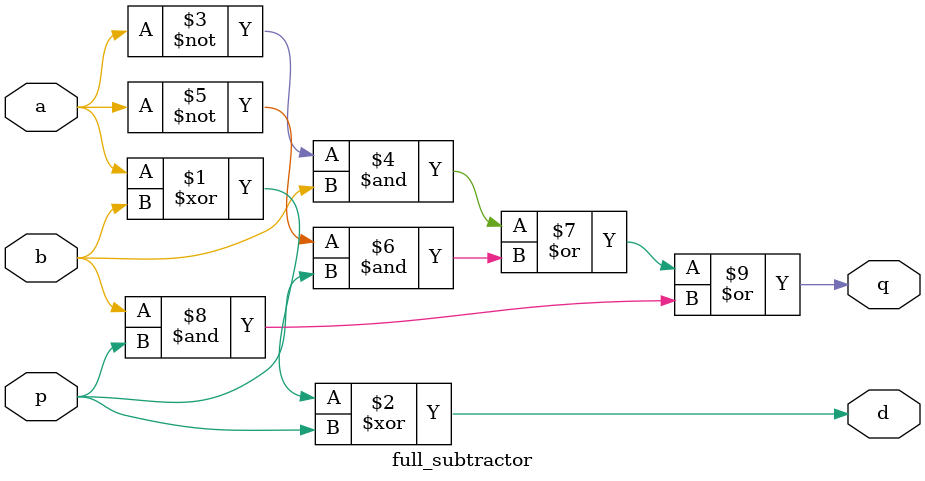
<source format=v>
`timescale 1ns / 1ps


module full_subtractor(
    input a,
    input b,
    input p,
    output d,
    output q
    );
    assign d = a ^ b ^ p;
    assign q = (~a & b) | (~a & p) | (b & p);
endmodule

</source>
